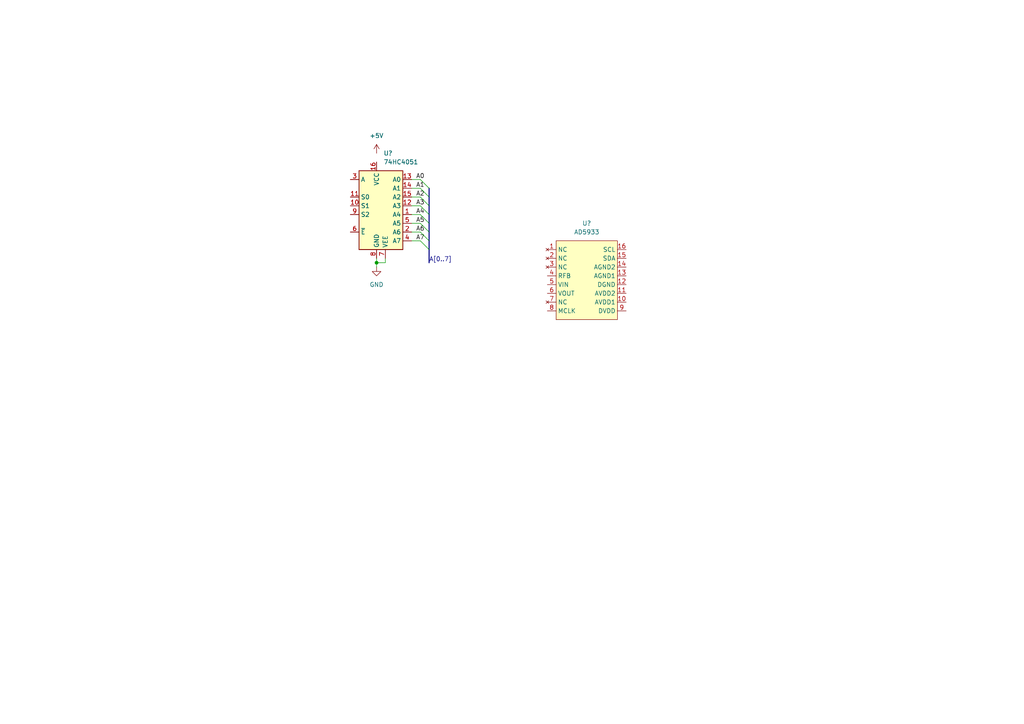
<source format=kicad_sch>
(kicad_sch (version 20211123) (generator eeschema)
  (paper "A4")
  (lib_symbols
    (symbol "74xx:74HC4051"
      (property "Reference" "U" (at -5.08 11.43 0))
      (property "Value" "74HC4051" (at -7.62 -13.97 0))
      (symbol "74HC4051_0_1"
        (rectangle (start -5.08 10.16) (end 7.62 -12.7) (stroke (width 0.254)) (fill (type background)))
      )
      (symbol "74HC4051_1_1"
        (pin passive line (at 10.16 -2.54 180) (length 2.54) (name "A4") (number "1"))
        (pin input line (at -7.62 0 0) (length 2.54) (name "S1") (number "10"))
        (pin input line (at -7.62 2.54 0) (length 2.54) (name "S0") (number "11"))
        (pin passive line (at 10.16 0 180) (length 2.54) (name "A3") (number "12"))
        (pin passive line (at 10.16 7.62 180) (length 2.54) (name "A0") (number "13"))
        (pin passive line (at 10.16 5.08 180) (length 2.54) (name "A1") (number "14"))
        (pin passive line (at 10.16 2.54 180) (length 2.54) (name "A2") (number "15"))
        (pin power_in line (at 0 12.7 270) (length 2.54) (name "VCC") (number "16"))
        (pin passive line (at 10.16 -7.62 180) (length 2.54) (name "A6") (number "2"))
        (pin passive line (at -7.62 7.62 0) (length 2.54) (name "A") (number "3"))
        (pin passive line (at 10.16 -10.16 180) (length 2.54) (name "A7") (number "4"))
        (pin passive line (at 10.16 -5.08 180) (length 2.54) (name "A5") (number "5"))
        (pin input line (at -7.62 -7.62 0) (length 2.54) (name "~{E}") (number "6"))
        (pin power_in line (at 2.54 -15.24 90) (length 2.54) (name "VEE") (number "7"))
        (pin power_in line (at 0 -15.24 90) (length 2.54) (name "GND") (number "8"))
        (pin input line (at -7.62 -2.54 0) (length 2.54) (name "S2") (number "9"))
      )
    )
    (symbol "HandGesture:AD5933"
      (property "Reference" "U" (at 0 16.51 0))
      (property "Value" "AD5933" (at 0 -8.89 0))
      (symbol "AD5933_0_1"
        (rectangle (start -8.89 15.24) (end 8.89 -7.62) (fill (type background)))
      )
      (symbol "AD5933_1_1"
        (pin no_connect line (at -11.43 12.7 0) (length 2.54) (name "NC") (number "1"))
        (pin power_in line (at 11.43 -2.54 180) (length 2.54) (name "AVDD1") (number "10"))
        (pin power_in line (at 11.43 0 180) (length 2.54) (name "AVDD2") (number "11"))
        (pin power_in line (at 11.43 2.54 180) (length 2.54) (name "DGND") (number "12"))
        (pin power_in line (at 11.43 5.08 180) (length 2.54) (name "AGND1") (number "13"))
        (pin power_in line (at 11.43 7.62 180) (length 2.54) (name "AGND2") (number "14"))
        (pin bidirectional line (at 11.43 10.16 180) (length 2.54) (name "SDA") (number "15"))
        (pin bidirectional line (at 11.43 12.7 180) (length 2.54) (name "SCL") (number "16"))
        (pin no_connect line (at -11.43 10.16 0) (length 2.54) (name "NC") (number "2"))
        (pin no_connect line (at -11.43 7.62 0) (length 2.54) (name "NC") (number "3"))
        (pin passive line (at -11.43 5.08 0) (length 2.54) (name "RFB") (number "4"))
        (pin bidirectional line (at -11.43 2.54 0) (length 2.54) (name "VIN") (number "5"))
        (pin bidirectional line (at -11.43 0 0) (length 2.54) (name "VOUT") (number "6"))
        (pin no_connect line (at -11.43 -2.54 0) (length 2.54) (name "NC") (number "7"))
        (pin input line (at -11.43 -5.08 0) (length 2.54) (name "MCLK") (number "8"))
        (pin power_in line (at 11.43 -5.08 180) (length 2.54) (name "DVDD") (number "9"))
      )
    )
    (symbol "power:+5V" (power) (pin_names (offset 0))
      (property "Value" "+5V" (at 0 3.556 0))
      (symbol "+5V_0_1"
        (polyline (pts (xy -0.762 1.27) (xy 0 2.54)))
        (polyline (pts (xy 0 0) (xy 0 2.54)))
        (polyline (pts (xy 0 2.54) (xy 0.762 1.27)))
      )
      (symbol "+5V_1_1"
        (pin power_in line (at 0 0 90) (length 0) hide (name "+5V") (number "1"))
      )
    )
    (symbol "power:GND" (power) (pin_names (offset 0))
      (property "Value" "GND" (at 0 -3.81 0))
      (symbol "GND_0_1"
        (polyline (pts (xy 0 0) (xy 0 -1.27) (xy 1.27 -1.27) (xy 0 -2.54) (xy -1.27 -1.27) (xy 0 -1.27)))
      )
      (symbol "GND_1_1"
        (pin power_in line (at 0 0 270) (length 0) hide (name "GND") (number "1"))
      )
    )
  )
  (junction (at 109.22 76.2))
  (bus_entry (at 121.92 67.31) (size 2.54 2.54))
  (bus_entry (at 121.92 69.85) (size 2.54 2.54))
  (bus_entry (at 121.92 52.07) (size 2.54 2.54))
  (bus_entry (at 121.92 54.61) (size 2.54 2.54))
  (bus_entry (at 121.92 62.23) (size 2.54 2.54))
  (bus_entry (at 121.92 57.15) (size 2.54 2.54))
  (bus_entry (at 121.92 59.69) (size 2.54 2.54))
  (bus_entry (at 121.92 64.77) (size 2.54 2.54))
  (wire (pts (xy 119.38 62.23) (xy 121.92 62.23)))
  (bus (pts (xy 124.46 64.77) (xy 124.46 67.31)))
  (bus (pts (xy 124.46 72.39) (xy 124.46 76.2)))
  (bus (pts (xy 124.46 57.15) (xy 124.46 59.69)))
  (bus (pts (xy 124.46 67.31) (xy 124.46 69.85)))
  (wire (pts (xy 119.38 69.85) (xy 121.92 69.85)))
  (wire (pts (xy 119.38 64.77) (xy 121.92 64.77)))
  (wire (pts (xy 109.22 74.93) (xy 109.22 76.2)))
  (wire (pts (xy 119.38 57.15) (xy 121.92 57.15)))
  (wire (pts (xy 111.76 74.93) (xy 111.76 76.2)))
  (bus (pts (xy 124.46 54.61) (xy 124.46 57.15)))
  (bus (pts (xy 124.46 59.69) (xy 124.46 62.23)))
  (wire (pts (xy 119.38 52.07) (xy 121.92 52.07)))
  (bus (pts (xy 124.46 62.23) (xy 124.46 64.77)))
  (wire (pts (xy 119.38 67.31) (xy 121.92 67.31)))
  (wire (pts (xy 119.38 59.69) (xy 121.92 59.69)))
  (wire (pts (xy 109.22 76.2) (xy 109.22 77.47)))
  (bus (pts (xy 124.46 69.85) (xy 124.46 72.39)))
  (wire (pts (xy 119.38 54.61) (xy 121.92 54.61)))
  (wire (pts (xy 111.76 76.2) (xy 109.22 76.2)))
  (label "A1" (at 120.65 54.61 0))
  (label "A2" (at 120.65 57.15 0))
  (label "A7" (at 120.65 69.85 0))
  (label "A4" (at 120.65 62.23 0))
  (label "A5" (at 120.65 64.77 0))
  (label "A0" (at 120.65 52.07 0))
  (label "A3" (at 120.65 59.69 0))
  (label "A6" (at 120.65 67.31 0))
  (label "A[0..7]" (at 124.46 76.2 0))
  (symbol (lib_id "power:GND") (at 109.22 77.47 0) (unit 1)
    (property "Reference" "#PWR?" (effects hide))
    (property "Value" "GND" (at 109.22 82.55 0))
  )
  (symbol (lib_id "HandGesture:AD5933") (at 170.18 85.09 0) (unit 1)
    (property "Reference" "U?" (at 170.18 64.77 0))
    (property "Value" "AD5933" (at 170.18 67.31 0))
    (property "Footprint" "Package_SO:SSOP-16_5.3x6.2mm_P0.65mm" (effects hide))
    (property "Datasheet" "https://www.analog.com/media/cn/technical-documentation/data-sheets/AD5933_cn.pdf" (effects hide))
  )
  (symbol (lib_id "74xx:74HC4051") (at 109.22 59.69 0) (unit 1)
    (property "Reference" "U?" (at 111.2394 44.45 0) (effects (justify left)))
    (property "Value" "74HC4051" (at 111.2394 46.99 0) (effects (justify left)))
    (property "Datasheet" "http://www.ti.com/lit/ds/symlink/cd74hc4051.pdf" (effects hide))
  )
  (symbol (lib_id "power:+5V") (at 109.22 44.45 0) (unit 1)
    (property "Reference" "#PWR?" (effects hide))
    (property "Value" "+5V" (at 109.22 39.37 0))
  )
)
</source>
